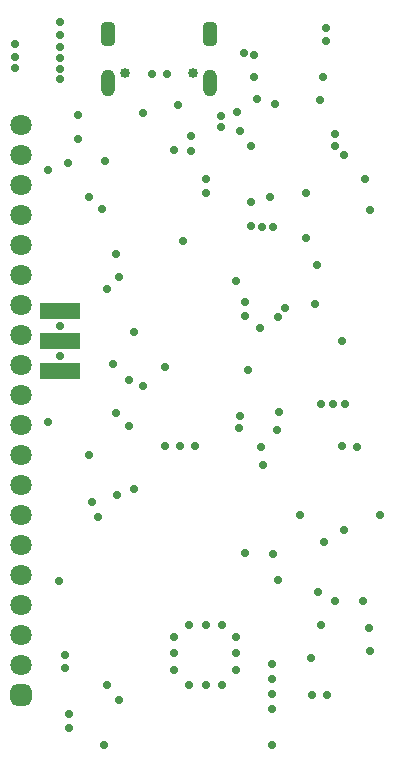
<source format=gbr>
G04*
G04 #@! TF.GenerationSoftware,Altium Limited,Altium Designer,25.2.1 (25)*
G04*
G04 Layer_Color=16711935*
%FSLAX25Y25*%
%MOIN*%
G70*
G04*
G04 #@! TF.SameCoordinates,6E7B483F-BFF1-4FB3-8246-CE29AB42D2EF*
G04*
G04*
G04 #@! TF.FilePolarity,Negative*
G04*
G01*
G75*
%ADD67C,0.07099*%
G04:AMPARAMS|DCode=68|XSize=70.99mil|YSize=70.99mil|CornerRadius=19.75mil|HoleSize=0mil|Usage=FLASHONLY|Rotation=90.000|XOffset=0mil|YOffset=0mil|HoleType=Round|Shape=RoundedRectangle|*
%AMROUNDEDRECTD68*
21,1,0.07099,0.03150,0,0,90.0*
21,1,0.03150,0.07099,0,0,90.0*
1,1,0.03950,0.01575,0.01575*
1,1,0.03950,0.01575,-0.01575*
1,1,0.03950,-0.01575,-0.01575*
1,1,0.03950,-0.01575,0.01575*
%
%ADD68ROUNDEDRECTD68*%
G04:AMPARAMS|DCode=69|XSize=78.87mil|YSize=47.37mil|CornerRadius=13.84mil|HoleSize=0mil|Usage=FLASHONLY|Rotation=270.000|XOffset=0mil|YOffset=0mil|HoleType=Round|Shape=RoundedRectangle|*
%AMROUNDEDRECTD69*
21,1,0.07887,0.01968,0,0,270.0*
21,1,0.05118,0.04737,0,0,270.0*
1,1,0.02769,-0.00984,-0.02559*
1,1,0.02769,-0.00984,0.02559*
1,1,0.02769,0.00984,0.02559*
1,1,0.02769,0.00984,-0.02559*
%
%ADD69ROUNDEDRECTD69*%
%ADD70O,0.04737X0.09068*%
%ADD71C,0.03359*%
%ADD72C,0.02769*%
%ADD84R,0.13300X0.05800*%
D67*
X-56000Y-3000D02*
D03*
Y-13000D02*
D03*
Y7000D02*
D03*
Y-43000D02*
D03*
Y-33000D02*
D03*
Y17000D02*
D03*
Y57000D02*
D03*
Y-93000D02*
D03*
Y-83000D02*
D03*
Y-63000D02*
D03*
Y-53000D02*
D03*
Y-73000D02*
D03*
Y27000D02*
D03*
Y37000D02*
D03*
Y77000D02*
D03*
Y87000D02*
D03*
Y47000D02*
D03*
Y67000D02*
D03*
Y-23000D02*
D03*
D68*
Y-103000D02*
D03*
D69*
X7008Y117500D02*
D03*
X-27008D02*
D03*
D70*
X7008Y101043D02*
D03*
X-27008D02*
D03*
D71*
X1378Y104512D02*
D03*
X-21378D02*
D03*
D72*
X51000Y15000D02*
D03*
X30000Y-8500D02*
D03*
X29358Y-14642D02*
D03*
X-27500Y32500D02*
D03*
X-23400Y36400D02*
D03*
X-43000Y121319D02*
D03*
X-25500Y7500D02*
D03*
X44500Y103000D02*
D03*
X-18477Y17987D02*
D03*
X63500Y-43000D02*
D03*
X37000D02*
D03*
X-18293Y-34307D02*
D03*
X-24144Y-36429D02*
D03*
X51140Y-20106D02*
D03*
X19500Y5500D02*
D03*
X48660Y84000D02*
D03*
X43502Y95504D02*
D03*
X-37000Y90500D02*
D03*
X-12500Y104000D02*
D03*
X-7500D02*
D03*
X-4849Y78849D02*
D03*
X28500Y94000D02*
D03*
X22728Y95746D02*
D03*
X-43000Y113000D02*
D03*
Y117097D02*
D03*
X-43091Y109226D02*
D03*
X-43000Y105840D02*
D03*
Y102500D02*
D03*
X-58006Y109778D02*
D03*
X-57944Y114071D02*
D03*
X-58000Y106000D02*
D03*
X-30196Y-43549D02*
D03*
X-32500Y-38500D02*
D03*
X11000Y-99660D02*
D03*
X5500D02*
D03*
X39Y-99620D02*
D03*
X60000Y-80500D02*
D03*
X45000Y-52000D02*
D03*
X27881Y-56119D02*
D03*
X24500Y-26166D02*
D03*
X23998Y-20448D02*
D03*
X56002D02*
D03*
X29500Y23000D02*
D03*
X23500Y19500D02*
D03*
X32116Y26000D02*
D03*
X-15500Y91000D02*
D03*
X46000Y-103000D02*
D03*
X41000D02*
D03*
X-40500Y74500D02*
D03*
X18224Y111181D02*
D03*
X-33500Y63000D02*
D03*
X-29000Y59000D02*
D03*
X42000Y27500D02*
D03*
X24325Y53058D02*
D03*
X28000Y53000D02*
D03*
X17000Y-10000D02*
D03*
X27000Y63000D02*
D03*
X18500Y23500D02*
D03*
Y28000D02*
D03*
X20744Y53369D02*
D03*
X5500Y64500D02*
D03*
X5583Y68922D02*
D03*
X-28000Y75000D02*
D03*
X-15500Y0D02*
D03*
X44000Y-6000D02*
D03*
X43000Y-68500D02*
D03*
X40697Y-90697D02*
D03*
X44000Y-79500D02*
D03*
X48000Y-6000D02*
D03*
X52000D02*
D03*
X-47000Y-12000D02*
D03*
X-33500Y-23000D02*
D03*
X-8000Y-20000D02*
D03*
X-20029Y-13272D02*
D03*
X-40000Y-114000D02*
D03*
X-40031Y-109468D02*
D03*
X-41500Y-89500D02*
D03*
Y-94000D02*
D03*
X-3000Y-20000D02*
D03*
X2000D02*
D03*
X-24313Y-8988D02*
D03*
X-20000Y2000D02*
D03*
X29658Y-64500D02*
D03*
X18796Y-55796D02*
D03*
X15500Y-83500D02*
D03*
X27500Y-92500D02*
D03*
Y-97500D02*
D03*
Y-102500D02*
D03*
Y-107500D02*
D03*
X15500Y35000D02*
D03*
X38884Y49256D02*
D03*
X16902Y85000D02*
D03*
X38884Y64500D02*
D03*
X42500Y40244D02*
D03*
X20500Y80000D02*
D03*
X58000Y-71500D02*
D03*
X48500D02*
D03*
X51500Y-48000D02*
D03*
X16651Y-13849D02*
D03*
X51500Y77000D02*
D03*
X48500Y80000D02*
D03*
X500Y78384D02*
D03*
X-1901Y48401D02*
D03*
X60299Y-88299D02*
D03*
X-8000Y6500D02*
D03*
X-43500Y-65000D02*
D03*
X16000Y91500D02*
D03*
X60186Y58814D02*
D03*
X58500Y69000D02*
D03*
X45500Y115000D02*
D03*
Y119500D02*
D03*
X21500Y103000D02*
D03*
Y110500D02*
D03*
X20744Y61256D02*
D03*
X-24500Y44000D02*
D03*
X-43000Y10000D02*
D03*
Y20000D02*
D03*
X-3626Y93626D02*
D03*
X-28500Y-119500D02*
D03*
X27500D02*
D03*
X15500Y-94500D02*
D03*
Y-89000D02*
D03*
X11000Y-79500D02*
D03*
X5500D02*
D03*
X0D02*
D03*
X-5000Y-83500D02*
D03*
Y-89000D02*
D03*
Y-94500D02*
D03*
X-23500Y-104500D02*
D03*
X-27500Y-99500D02*
D03*
X10500Y86500D02*
D03*
Y90000D02*
D03*
X641Y83509D02*
D03*
X-37000Y82500D02*
D03*
X-47000Y72000D02*
D03*
D84*
X-43000Y15000D02*
D03*
Y5000D02*
D03*
Y25000D02*
D03*
M02*

</source>
